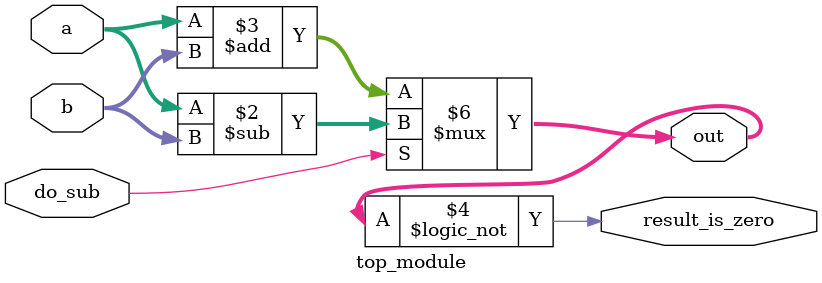
<source format=sv>
module top_module (
    input do_sub,
    input [7:0] a,
    input [7:0] b,
    output reg [7:0] out,
    output reg result_is_zero
);

    always @(*) begin
        if (do_sub)
            out = a - b;
        else
            out = a + b;

        result_is_zero = (out == 8'b0);
    end

endmodule

</source>
